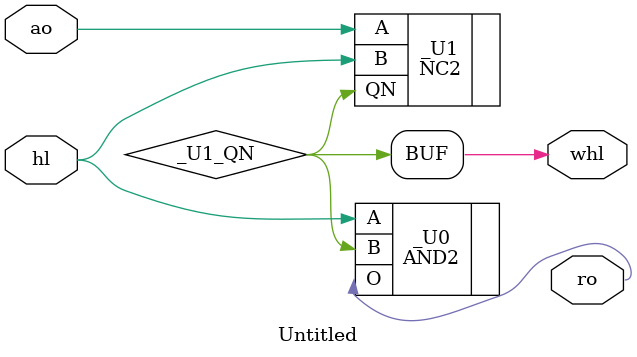
<source format=v>
module Untitled (ao, hl, ro, whl);
    input ao, hl;
    output ro, whl;

    assign whl = _U1_QN;

    AND2 _U0 (.O(ro), .A(hl), .B(_U1_QN));
    NC2 _U1 (.QN(_U1_QN), .A(ao), .B(hl));

    // signal values at the initial state:
    // !whl !ro _U1_QN !ao !hl
endmodule

</source>
